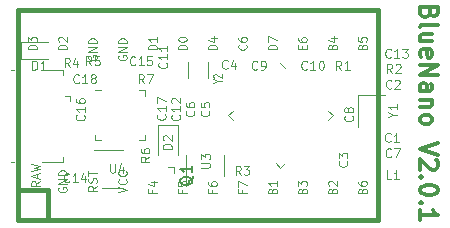
<source format=gbr>
G04 #@! TF.GenerationSoftware,KiCad,Pcbnew,(5.0.0)*
G04 #@! TF.CreationDate,2019-04-09T17:12:50-06:00*
G04 #@! TF.ProjectId,NRF52832 Base,4E5246353238333220426173652E6B69,rev?*
G04 #@! TF.SameCoordinates,Original*
G04 #@! TF.FileFunction,Legend,Top*
G04 #@! TF.FilePolarity,Positive*
%FSLAX46Y46*%
G04 Gerber Fmt 4.6, Leading zero omitted, Abs format (unit mm)*
G04 Created by KiCad (PCBNEW (5.0.0)) date 04/09/19 17:12:50*
%MOMM*%
%LPD*%
G01*
G04 APERTURE LIST*
%ADD10C,0.300000*%
%ADD11C,0.381000*%
%ADD12C,0.120000*%
%ADD13C,0.100000*%
%ADD14C,0.150000*%
G04 APERTURE END LIST*
D10*
X146614342Y-80857200D02*
X146542914Y-81071485D01*
X146471485Y-81142914D01*
X146328628Y-81214342D01*
X146114342Y-81214342D01*
X145971485Y-81142914D01*
X145900057Y-81071485D01*
X145828628Y-80928628D01*
X145828628Y-80357200D01*
X147328628Y-80357200D01*
X147328628Y-80857200D01*
X147257200Y-81000057D01*
X147185771Y-81071485D01*
X147042914Y-81142914D01*
X146900057Y-81142914D01*
X146757200Y-81071485D01*
X146685771Y-81000057D01*
X146614342Y-80857200D01*
X146614342Y-80357200D01*
X145828628Y-82071485D02*
X145900057Y-81928628D01*
X146042914Y-81857200D01*
X147328628Y-81857200D01*
X146828628Y-83285771D02*
X145828628Y-83285771D01*
X146828628Y-82642914D02*
X146042914Y-82642914D01*
X145900057Y-82714342D01*
X145828628Y-82857200D01*
X145828628Y-83071485D01*
X145900057Y-83214342D01*
X145971485Y-83285771D01*
X145900057Y-84571485D02*
X145828628Y-84428628D01*
X145828628Y-84142914D01*
X145900057Y-84000057D01*
X146042914Y-83928628D01*
X146614342Y-83928628D01*
X146757200Y-84000057D01*
X146828628Y-84142914D01*
X146828628Y-84428628D01*
X146757200Y-84571485D01*
X146614342Y-84642914D01*
X146471485Y-84642914D01*
X146328628Y-83928628D01*
X145828628Y-85285771D02*
X147328628Y-85285771D01*
X145828628Y-86142914D01*
X147328628Y-86142914D01*
X145828628Y-87500057D02*
X146614342Y-87500057D01*
X146757200Y-87428628D01*
X146828628Y-87285771D01*
X146828628Y-87000057D01*
X146757200Y-86857200D01*
X145900057Y-87500057D02*
X145828628Y-87357200D01*
X145828628Y-87000057D01*
X145900057Y-86857200D01*
X146042914Y-86785771D01*
X146185771Y-86785771D01*
X146328628Y-86857200D01*
X146400057Y-87000057D01*
X146400057Y-87357200D01*
X146471485Y-87500057D01*
X146828628Y-88214342D02*
X145828628Y-88214342D01*
X146685771Y-88214342D02*
X146757200Y-88285771D01*
X146828628Y-88428628D01*
X146828628Y-88642914D01*
X146757200Y-88785771D01*
X146614342Y-88857200D01*
X145828628Y-88857200D01*
X145828628Y-89785771D02*
X145900057Y-89642914D01*
X145971485Y-89571485D01*
X146114342Y-89500057D01*
X146542914Y-89500057D01*
X146685771Y-89571485D01*
X146757200Y-89642914D01*
X146828628Y-89785771D01*
X146828628Y-90000057D01*
X146757200Y-90142914D01*
X146685771Y-90214342D01*
X146542914Y-90285771D01*
X146114342Y-90285771D01*
X145971485Y-90214342D01*
X145900057Y-90142914D01*
X145828628Y-90000057D01*
X145828628Y-89785771D01*
X147328628Y-91857200D02*
X145828628Y-92357200D01*
X147328628Y-92857200D01*
X147185771Y-93285771D02*
X147257200Y-93357200D01*
X147328628Y-93500057D01*
X147328628Y-93857200D01*
X147257200Y-94000057D01*
X147185771Y-94071485D01*
X147042914Y-94142914D01*
X146900057Y-94142914D01*
X146685771Y-94071485D01*
X145828628Y-93214342D01*
X145828628Y-94142914D01*
X145971485Y-94785771D02*
X145900057Y-94857200D01*
X145828628Y-94785771D01*
X145900057Y-94714342D01*
X145971485Y-94785771D01*
X145828628Y-94785771D01*
X147328628Y-95785771D02*
X147328628Y-95928628D01*
X147257200Y-96071485D01*
X147185771Y-96142914D01*
X147042914Y-96214342D01*
X146757200Y-96285771D01*
X146400057Y-96285771D01*
X146114342Y-96214342D01*
X145971485Y-96142914D01*
X145900057Y-96071485D01*
X145828628Y-95928628D01*
X145828628Y-95785771D01*
X145900057Y-95642914D01*
X145971485Y-95571485D01*
X146114342Y-95500057D01*
X146400057Y-95428628D01*
X146757200Y-95428628D01*
X147042914Y-95500057D01*
X147185771Y-95571485D01*
X147257200Y-95642914D01*
X147328628Y-95785771D01*
X145971485Y-96928628D02*
X145900057Y-97000057D01*
X145828628Y-96928628D01*
X145900057Y-96857200D01*
X145971485Y-96928628D01*
X145828628Y-96928628D01*
X145828628Y-98428628D02*
X145828628Y-97571485D01*
X145828628Y-98000057D02*
X147328628Y-98000057D01*
X147114342Y-97857200D01*
X146971485Y-97714342D01*
X146900057Y-97571485D01*
D11*
G04 #@! TO.C,U2*
X111760000Y-80645000D02*
X111760000Y-98425000D01*
X111760000Y-98425000D02*
X142240000Y-98425000D01*
X142240000Y-98425000D02*
X142240000Y-80645000D01*
X142240000Y-80645000D02*
X111760000Y-80645000D01*
X111760000Y-95885000D02*
X114300000Y-95885000D01*
X114300000Y-95885000D02*
X114300000Y-98425000D01*
D12*
G04 #@! TO.C,Y1*
X142840000Y-87804000D02*
X140540000Y-87804000D01*
X140540000Y-87804000D02*
X140540000Y-90504000D01*
G04 #@! TO.C,Y2*
X127875000Y-86400000D02*
X127875000Y-85050000D01*
X126125000Y-86400000D02*
X126125000Y-85050000D01*
G04 #@! TO.C,U1*
X138004902Y-89135485D02*
X138404417Y-89535000D01*
X138404417Y-89535000D02*
X138004902Y-89934515D01*
X129965098Y-89934515D02*
X129565583Y-89535000D01*
X129565583Y-89535000D02*
X129965098Y-89135485D01*
X133585485Y-93554902D02*
X133985000Y-93954417D01*
X133985000Y-93954417D02*
X134384515Y-93554902D01*
X133985000Y-85115583D02*
X134384515Y-85515098D01*
G04 #@! TO.C,U3*
X129245000Y-94669000D02*
X129245000Y-92869000D01*
X126025000Y-92869000D02*
X126025000Y-95319000D01*
G04 #@! TO.C,D1*
X114312500Y-83339000D02*
X112027500Y-83339000D01*
X112027500Y-83339000D02*
X112027500Y-84809000D01*
X112027500Y-84809000D02*
X114312500Y-84809000D01*
G04 #@! TO.C,J2*
X115616000Y-85675000D02*
X115616000Y-86125000D01*
X113766000Y-85675000D02*
X115616000Y-85675000D01*
X111216000Y-93475000D02*
X111466000Y-93475000D01*
X111216000Y-85675000D02*
X111466000Y-85675000D01*
X113766000Y-93475000D02*
X115616000Y-93475000D01*
X115616000Y-93475000D02*
X115616000Y-93025000D01*
X116166000Y-87875000D02*
X116166000Y-88325000D01*
X116166000Y-87875000D02*
X115716000Y-87875000D01*
G04 #@! TO.C,U4*
X118861000Y-95717000D02*
X120661000Y-95717000D01*
X120661000Y-92497000D02*
X118211000Y-92497000D01*
G04 #@! TO.C,D2*
X125310000Y-90321000D02*
X123610000Y-90321000D01*
X123610000Y-90321000D02*
X123610000Y-92871000D01*
X125310000Y-90321000D02*
X125310000Y-92871000D01*
G04 #@! TO.C,U5*
X122031000Y-87425000D02*
X122506000Y-87425000D01*
X122506000Y-87425000D02*
X122506000Y-87900000D01*
X118761000Y-91645000D02*
X118286000Y-91645000D01*
X118286000Y-91645000D02*
X118286000Y-91170000D01*
X122031000Y-91645000D02*
X122506000Y-91645000D01*
X122506000Y-91645000D02*
X122506000Y-91170000D01*
X118761000Y-87425000D02*
X118286000Y-87425000D01*
G04 #@! TO.C,Q1*
X124960000Y-94415000D02*
X124960000Y-93915000D01*
X124960000Y-93915000D02*
X124460000Y-93915000D01*
G04 #@! TO.C,U2*
D13*
X140920000Y-83722333D02*
X140953333Y-83622333D01*
X140986666Y-83589000D01*
X141053333Y-83555666D01*
X141153333Y-83555666D01*
X141220000Y-83589000D01*
X141253333Y-83622333D01*
X141286666Y-83689000D01*
X141286666Y-83955666D01*
X140586666Y-83955666D01*
X140586666Y-83722333D01*
X140620000Y-83655666D01*
X140653333Y-83622333D01*
X140720000Y-83589000D01*
X140786666Y-83589000D01*
X140853333Y-83622333D01*
X140886666Y-83655666D01*
X140920000Y-83722333D01*
X140920000Y-83955666D01*
X140586666Y-82922333D02*
X140586666Y-83255666D01*
X140920000Y-83289000D01*
X140886666Y-83255666D01*
X140853333Y-83189000D01*
X140853333Y-83022333D01*
X140886666Y-82955666D01*
X140920000Y-82922333D01*
X140986666Y-82889000D01*
X141153333Y-82889000D01*
X141220000Y-82922333D01*
X141253333Y-82955666D01*
X141286666Y-83022333D01*
X141286666Y-83189000D01*
X141253333Y-83255666D01*
X141220000Y-83289000D01*
X138380000Y-83722333D02*
X138413333Y-83622333D01*
X138446666Y-83589000D01*
X138513333Y-83555666D01*
X138613333Y-83555666D01*
X138680000Y-83589000D01*
X138713333Y-83622333D01*
X138746666Y-83689000D01*
X138746666Y-83955666D01*
X138046666Y-83955666D01*
X138046666Y-83722333D01*
X138080000Y-83655666D01*
X138113333Y-83622333D01*
X138180000Y-83589000D01*
X138246666Y-83589000D01*
X138313333Y-83622333D01*
X138346666Y-83655666D01*
X138380000Y-83722333D01*
X138380000Y-83955666D01*
X138280000Y-82955666D02*
X138746666Y-82955666D01*
X138013333Y-83122333D02*
X138513333Y-83289000D01*
X138513333Y-82855666D01*
X135840000Y-83922333D02*
X135840000Y-83689000D01*
X136206666Y-83589000D02*
X136206666Y-83922333D01*
X135506666Y-83922333D01*
X135506666Y-83589000D01*
X135506666Y-82989000D02*
X135506666Y-83122333D01*
X135540000Y-83189000D01*
X135573333Y-83222333D01*
X135673333Y-83289000D01*
X135806666Y-83322333D01*
X136073333Y-83322333D01*
X136140000Y-83289000D01*
X136173333Y-83255666D01*
X136206666Y-83189000D01*
X136206666Y-83055666D01*
X136173333Y-82989000D01*
X136140000Y-82955666D01*
X136073333Y-82922333D01*
X135906666Y-82922333D01*
X135840000Y-82955666D01*
X135806666Y-82989000D01*
X135773333Y-83055666D01*
X135773333Y-83189000D01*
X135806666Y-83255666D01*
X135840000Y-83289000D01*
X135906666Y-83322333D01*
X133666666Y-83955666D02*
X132966666Y-83955666D01*
X132966666Y-83789000D01*
X133000000Y-83689000D01*
X133066666Y-83622333D01*
X133133333Y-83589000D01*
X133266666Y-83555666D01*
X133366666Y-83555666D01*
X133500000Y-83589000D01*
X133566666Y-83622333D01*
X133633333Y-83689000D01*
X133666666Y-83789000D01*
X133666666Y-83955666D01*
X132966666Y-83322333D02*
X132966666Y-82855666D01*
X133666666Y-83155666D01*
X131060000Y-83555666D02*
X131093333Y-83589000D01*
X131126666Y-83689000D01*
X131126666Y-83755666D01*
X131093333Y-83855666D01*
X131026666Y-83922333D01*
X130960000Y-83955666D01*
X130826666Y-83989000D01*
X130726666Y-83989000D01*
X130593333Y-83955666D01*
X130526666Y-83922333D01*
X130460000Y-83855666D01*
X130426666Y-83755666D01*
X130426666Y-83689000D01*
X130460000Y-83589000D01*
X130493333Y-83555666D01*
X130426666Y-82955666D02*
X130426666Y-83089000D01*
X130460000Y-83155666D01*
X130493333Y-83189000D01*
X130593333Y-83255666D01*
X130726666Y-83289000D01*
X130993333Y-83289000D01*
X131060000Y-83255666D01*
X131093333Y-83222333D01*
X131126666Y-83155666D01*
X131126666Y-83022333D01*
X131093333Y-82955666D01*
X131060000Y-82922333D01*
X130993333Y-82889000D01*
X130826666Y-82889000D01*
X130760000Y-82922333D01*
X130726666Y-82955666D01*
X130693333Y-83022333D01*
X130693333Y-83155666D01*
X130726666Y-83222333D01*
X130760000Y-83255666D01*
X130826666Y-83289000D01*
X128586666Y-83955666D02*
X127886666Y-83955666D01*
X127886666Y-83789000D01*
X127920000Y-83689000D01*
X127986666Y-83622333D01*
X128053333Y-83589000D01*
X128186666Y-83555666D01*
X128286666Y-83555666D01*
X128420000Y-83589000D01*
X128486666Y-83622333D01*
X128553333Y-83689000D01*
X128586666Y-83789000D01*
X128586666Y-83955666D01*
X128120000Y-82955666D02*
X128586666Y-82955666D01*
X127853333Y-83122333D02*
X128353333Y-83289000D01*
X128353333Y-82855666D01*
X126046666Y-83955666D02*
X125346666Y-83955666D01*
X125346666Y-83789000D01*
X125380000Y-83689000D01*
X125446666Y-83622333D01*
X125513333Y-83589000D01*
X125646666Y-83555666D01*
X125746666Y-83555666D01*
X125880000Y-83589000D01*
X125946666Y-83622333D01*
X126013333Y-83689000D01*
X126046666Y-83789000D01*
X126046666Y-83955666D01*
X125346666Y-83122333D02*
X125346666Y-83055666D01*
X125380000Y-82989000D01*
X125413333Y-82955666D01*
X125480000Y-82922333D01*
X125613333Y-82889000D01*
X125780000Y-82889000D01*
X125913333Y-82922333D01*
X125980000Y-82955666D01*
X126013333Y-82989000D01*
X126046666Y-83055666D01*
X126046666Y-83122333D01*
X126013333Y-83189000D01*
X125980000Y-83222333D01*
X125913333Y-83255666D01*
X125780000Y-83289000D01*
X125613333Y-83289000D01*
X125480000Y-83255666D01*
X125413333Y-83222333D01*
X125380000Y-83189000D01*
X125346666Y-83122333D01*
X123506666Y-83955666D02*
X122806666Y-83955666D01*
X122806666Y-83789000D01*
X122840000Y-83689000D01*
X122906666Y-83622333D01*
X122973333Y-83589000D01*
X123106666Y-83555666D01*
X123206666Y-83555666D01*
X123340000Y-83589000D01*
X123406666Y-83622333D01*
X123473333Y-83689000D01*
X123506666Y-83789000D01*
X123506666Y-83955666D01*
X123506666Y-82889000D02*
X123506666Y-83289000D01*
X123506666Y-83089000D02*
X122806666Y-83089000D01*
X122906666Y-83155666D01*
X122973333Y-83222333D01*
X123006666Y-83289000D01*
X120300000Y-84480333D02*
X120266666Y-84547000D01*
X120266666Y-84647000D01*
X120300000Y-84747000D01*
X120366666Y-84813666D01*
X120433333Y-84847000D01*
X120566666Y-84880333D01*
X120666666Y-84880333D01*
X120800000Y-84847000D01*
X120866666Y-84813666D01*
X120933333Y-84747000D01*
X120966666Y-84647000D01*
X120966666Y-84580333D01*
X120933333Y-84480333D01*
X120900000Y-84447000D01*
X120666666Y-84447000D01*
X120666666Y-84580333D01*
X120966666Y-84147000D02*
X120266666Y-84147000D01*
X120966666Y-83747000D01*
X120266666Y-83747000D01*
X120966666Y-83413666D02*
X120266666Y-83413666D01*
X120266666Y-83247000D01*
X120300000Y-83147000D01*
X120366666Y-83080333D01*
X120433333Y-83047000D01*
X120566666Y-83013666D01*
X120666666Y-83013666D01*
X120800000Y-83047000D01*
X120866666Y-83080333D01*
X120933333Y-83147000D01*
X120966666Y-83247000D01*
X120966666Y-83413666D01*
X117760000Y-84480333D02*
X117726666Y-84547000D01*
X117726666Y-84647000D01*
X117760000Y-84747000D01*
X117826666Y-84813666D01*
X117893333Y-84847000D01*
X118026666Y-84880333D01*
X118126666Y-84880333D01*
X118260000Y-84847000D01*
X118326666Y-84813666D01*
X118393333Y-84747000D01*
X118426666Y-84647000D01*
X118426666Y-84580333D01*
X118393333Y-84480333D01*
X118360000Y-84447000D01*
X118126666Y-84447000D01*
X118126666Y-84580333D01*
X118426666Y-84147000D02*
X117726666Y-84147000D01*
X118426666Y-83747000D01*
X117726666Y-83747000D01*
X118426666Y-83413666D02*
X117726666Y-83413666D01*
X117726666Y-83247000D01*
X117760000Y-83147000D01*
X117826666Y-83080333D01*
X117893333Y-83047000D01*
X118026666Y-83013666D01*
X118126666Y-83013666D01*
X118260000Y-83047000D01*
X118326666Y-83080333D01*
X118393333Y-83147000D01*
X118426666Y-83247000D01*
X118426666Y-83413666D01*
X115886666Y-83955666D02*
X115186666Y-83955666D01*
X115186666Y-83789000D01*
X115220000Y-83689000D01*
X115286666Y-83622333D01*
X115353333Y-83589000D01*
X115486666Y-83555666D01*
X115586666Y-83555666D01*
X115720000Y-83589000D01*
X115786666Y-83622333D01*
X115853333Y-83689000D01*
X115886666Y-83789000D01*
X115886666Y-83955666D01*
X115253333Y-83289000D02*
X115220000Y-83255666D01*
X115186666Y-83189000D01*
X115186666Y-83022333D01*
X115220000Y-82955666D01*
X115253333Y-82922333D01*
X115320000Y-82889000D01*
X115386666Y-82889000D01*
X115486666Y-82922333D01*
X115886666Y-83322333D01*
X115886666Y-82889000D01*
X113346666Y-83955666D02*
X112646666Y-83955666D01*
X112646666Y-83789000D01*
X112680000Y-83689000D01*
X112746666Y-83622333D01*
X112813333Y-83589000D01*
X112946666Y-83555666D01*
X113046666Y-83555666D01*
X113180000Y-83589000D01*
X113246666Y-83622333D01*
X113313333Y-83689000D01*
X113346666Y-83789000D01*
X113346666Y-83955666D01*
X112646666Y-83322333D02*
X112646666Y-82889000D01*
X112913333Y-83122333D01*
X112913333Y-83022333D01*
X112946666Y-82955666D01*
X112980000Y-82922333D01*
X113046666Y-82889000D01*
X113213333Y-82889000D01*
X113280000Y-82922333D01*
X113313333Y-82955666D01*
X113346666Y-83022333D01*
X113346666Y-83222333D01*
X113313333Y-83289000D01*
X113280000Y-83322333D01*
X140920000Y-95914333D02*
X140953333Y-95814333D01*
X140986666Y-95781000D01*
X141053333Y-95747666D01*
X141153333Y-95747666D01*
X141220000Y-95781000D01*
X141253333Y-95814333D01*
X141286666Y-95881000D01*
X141286666Y-96147666D01*
X140586666Y-96147666D01*
X140586666Y-95914333D01*
X140620000Y-95847666D01*
X140653333Y-95814333D01*
X140720000Y-95781000D01*
X140786666Y-95781000D01*
X140853333Y-95814333D01*
X140886666Y-95847666D01*
X140920000Y-95914333D01*
X140920000Y-96147666D01*
X140586666Y-95147666D02*
X140586666Y-95281000D01*
X140620000Y-95347666D01*
X140653333Y-95381000D01*
X140753333Y-95447666D01*
X140886666Y-95481000D01*
X141153333Y-95481000D01*
X141220000Y-95447666D01*
X141253333Y-95414333D01*
X141286666Y-95347666D01*
X141286666Y-95214333D01*
X141253333Y-95147666D01*
X141220000Y-95114333D01*
X141153333Y-95081000D01*
X140986666Y-95081000D01*
X140920000Y-95114333D01*
X140886666Y-95147666D01*
X140853333Y-95214333D01*
X140853333Y-95347666D01*
X140886666Y-95414333D01*
X140920000Y-95447666D01*
X140986666Y-95481000D01*
X138380000Y-95914333D02*
X138413333Y-95814333D01*
X138446666Y-95781000D01*
X138513333Y-95747666D01*
X138613333Y-95747666D01*
X138680000Y-95781000D01*
X138713333Y-95814333D01*
X138746666Y-95881000D01*
X138746666Y-96147666D01*
X138046666Y-96147666D01*
X138046666Y-95914333D01*
X138080000Y-95847666D01*
X138113333Y-95814333D01*
X138180000Y-95781000D01*
X138246666Y-95781000D01*
X138313333Y-95814333D01*
X138346666Y-95847666D01*
X138380000Y-95914333D01*
X138380000Y-96147666D01*
X138113333Y-95481000D02*
X138080000Y-95447666D01*
X138046666Y-95381000D01*
X138046666Y-95214333D01*
X138080000Y-95147666D01*
X138113333Y-95114333D01*
X138180000Y-95081000D01*
X138246666Y-95081000D01*
X138346666Y-95114333D01*
X138746666Y-95514333D01*
X138746666Y-95081000D01*
X135840000Y-95914333D02*
X135873333Y-95814333D01*
X135906666Y-95781000D01*
X135973333Y-95747666D01*
X136073333Y-95747666D01*
X136140000Y-95781000D01*
X136173333Y-95814333D01*
X136206666Y-95881000D01*
X136206666Y-96147666D01*
X135506666Y-96147666D01*
X135506666Y-95914333D01*
X135540000Y-95847666D01*
X135573333Y-95814333D01*
X135640000Y-95781000D01*
X135706666Y-95781000D01*
X135773333Y-95814333D01*
X135806666Y-95847666D01*
X135840000Y-95914333D01*
X135840000Y-96147666D01*
X135506666Y-95514333D02*
X135506666Y-95081000D01*
X135773333Y-95314333D01*
X135773333Y-95214333D01*
X135806666Y-95147666D01*
X135840000Y-95114333D01*
X135906666Y-95081000D01*
X136073333Y-95081000D01*
X136140000Y-95114333D01*
X136173333Y-95147666D01*
X136206666Y-95214333D01*
X136206666Y-95414333D01*
X136173333Y-95481000D01*
X136140000Y-95514333D01*
X133300000Y-95914333D02*
X133333333Y-95814333D01*
X133366666Y-95781000D01*
X133433333Y-95747666D01*
X133533333Y-95747666D01*
X133600000Y-95781000D01*
X133633333Y-95814333D01*
X133666666Y-95881000D01*
X133666666Y-96147666D01*
X132966666Y-96147666D01*
X132966666Y-95914333D01*
X133000000Y-95847666D01*
X133033333Y-95814333D01*
X133100000Y-95781000D01*
X133166666Y-95781000D01*
X133233333Y-95814333D01*
X133266666Y-95847666D01*
X133300000Y-95914333D01*
X133300000Y-96147666D01*
X133666666Y-95081000D02*
X133666666Y-95481000D01*
X133666666Y-95281000D02*
X132966666Y-95281000D01*
X133066666Y-95347666D01*
X133133333Y-95414333D01*
X133166666Y-95481000D01*
X128220000Y-95864333D02*
X128220000Y-96097666D01*
X128586666Y-96097666D02*
X127886666Y-96097666D01*
X127886666Y-95764333D01*
X127886666Y-95197666D02*
X127886666Y-95331000D01*
X127920000Y-95397666D01*
X127953333Y-95431000D01*
X128053333Y-95497666D01*
X128186666Y-95531000D01*
X128453333Y-95531000D01*
X128520000Y-95497666D01*
X128553333Y-95464333D01*
X128586666Y-95397666D01*
X128586666Y-95264333D01*
X128553333Y-95197666D01*
X128520000Y-95164333D01*
X128453333Y-95131000D01*
X128286666Y-95131000D01*
X128220000Y-95164333D01*
X128186666Y-95197666D01*
X128153333Y-95264333D01*
X128153333Y-95397666D01*
X128186666Y-95464333D01*
X128220000Y-95497666D01*
X128286666Y-95531000D01*
X130760000Y-95864333D02*
X130760000Y-96097666D01*
X131126666Y-96097666D02*
X130426666Y-96097666D01*
X130426666Y-95764333D01*
X130426666Y-95564333D02*
X130426666Y-95097666D01*
X131126666Y-95397666D01*
X125680000Y-95864333D02*
X125680000Y-96097666D01*
X126046666Y-96097666D02*
X125346666Y-96097666D01*
X125346666Y-95764333D01*
X125346666Y-95164333D02*
X125346666Y-95497666D01*
X125680000Y-95531000D01*
X125646666Y-95497666D01*
X125613333Y-95431000D01*
X125613333Y-95264333D01*
X125646666Y-95197666D01*
X125680000Y-95164333D01*
X125746666Y-95131000D01*
X125913333Y-95131000D01*
X125980000Y-95164333D01*
X126013333Y-95197666D01*
X126046666Y-95264333D01*
X126046666Y-95431000D01*
X126013333Y-95497666D01*
X125980000Y-95531000D01*
X123140000Y-95864333D02*
X123140000Y-96097666D01*
X123506666Y-96097666D02*
X122806666Y-96097666D01*
X122806666Y-95764333D01*
X123040000Y-95197666D02*
X123506666Y-95197666D01*
X122773333Y-95364333D02*
X123273333Y-95531000D01*
X123273333Y-95097666D01*
X120266666Y-96056333D02*
X120966666Y-95823000D01*
X120266666Y-95589666D01*
X120900000Y-94956333D02*
X120933333Y-94989666D01*
X120966666Y-95089666D01*
X120966666Y-95156333D01*
X120933333Y-95256333D01*
X120866666Y-95323000D01*
X120800000Y-95356333D01*
X120666666Y-95389666D01*
X120566666Y-95389666D01*
X120433333Y-95356333D01*
X120366666Y-95323000D01*
X120300000Y-95256333D01*
X120266666Y-95156333D01*
X120266666Y-95089666D01*
X120300000Y-94989666D01*
X120333333Y-94956333D01*
X120900000Y-94256333D02*
X120933333Y-94289666D01*
X120966666Y-94389666D01*
X120966666Y-94456333D01*
X120933333Y-94556333D01*
X120866666Y-94623000D01*
X120800000Y-94656333D01*
X120666666Y-94689666D01*
X120566666Y-94689666D01*
X120433333Y-94656333D01*
X120366666Y-94623000D01*
X120300000Y-94556333D01*
X120266666Y-94456333D01*
X120266666Y-94389666D01*
X120300000Y-94289666D01*
X120333333Y-94256333D01*
X118426666Y-95506333D02*
X118093333Y-95739666D01*
X118426666Y-95906333D02*
X117726666Y-95906333D01*
X117726666Y-95639666D01*
X117760000Y-95573000D01*
X117793333Y-95539666D01*
X117860000Y-95506333D01*
X117960000Y-95506333D01*
X118026666Y-95539666D01*
X118060000Y-95573000D01*
X118093333Y-95639666D01*
X118093333Y-95906333D01*
X118393333Y-95239666D02*
X118426666Y-95139666D01*
X118426666Y-94973000D01*
X118393333Y-94906333D01*
X118360000Y-94873000D01*
X118293333Y-94839666D01*
X118226666Y-94839666D01*
X118160000Y-94873000D01*
X118126666Y-94906333D01*
X118093333Y-94973000D01*
X118060000Y-95106333D01*
X118026666Y-95173000D01*
X117993333Y-95206333D01*
X117926666Y-95239666D01*
X117860000Y-95239666D01*
X117793333Y-95206333D01*
X117760000Y-95173000D01*
X117726666Y-95106333D01*
X117726666Y-94939666D01*
X117760000Y-94839666D01*
X117726666Y-94639666D02*
X117726666Y-94239666D01*
X118426666Y-94439666D02*
X117726666Y-94439666D01*
X115220000Y-95656333D02*
X115186666Y-95723000D01*
X115186666Y-95823000D01*
X115220000Y-95923000D01*
X115286666Y-95989666D01*
X115353333Y-96023000D01*
X115486666Y-96056333D01*
X115586666Y-96056333D01*
X115720000Y-96023000D01*
X115786666Y-95989666D01*
X115853333Y-95923000D01*
X115886666Y-95823000D01*
X115886666Y-95756333D01*
X115853333Y-95656333D01*
X115820000Y-95623000D01*
X115586666Y-95623000D01*
X115586666Y-95756333D01*
X115886666Y-95323000D02*
X115186666Y-95323000D01*
X115886666Y-94923000D01*
X115186666Y-94923000D01*
X115886666Y-94589666D02*
X115186666Y-94589666D01*
X115186666Y-94423000D01*
X115220000Y-94323000D01*
X115286666Y-94256333D01*
X115353333Y-94223000D01*
X115486666Y-94189666D01*
X115586666Y-94189666D01*
X115720000Y-94223000D01*
X115786666Y-94256333D01*
X115853333Y-94323000D01*
X115886666Y-94423000D01*
X115886666Y-94589666D01*
X113600666Y-95098333D02*
X113267333Y-95331666D01*
X113600666Y-95498333D02*
X112900666Y-95498333D01*
X112900666Y-95231666D01*
X112934000Y-95165000D01*
X112967333Y-95131666D01*
X113034000Y-95098333D01*
X113134000Y-95098333D01*
X113200666Y-95131666D01*
X113234000Y-95165000D01*
X113267333Y-95231666D01*
X113267333Y-95498333D01*
X113400666Y-94831666D02*
X113400666Y-94498333D01*
X113600666Y-94898333D02*
X112900666Y-94665000D01*
X113600666Y-94431666D01*
X112900666Y-94265000D02*
X113600666Y-94098333D01*
X113100666Y-93965000D01*
X113600666Y-93831666D01*
X112900666Y-93665000D01*
G04 #@! TO.C,C1*
X143311480Y-91710397D02*
X143275765Y-91746111D01*
X143168622Y-91781825D01*
X143097194Y-91781825D01*
X142990051Y-91746111D01*
X142918622Y-91674682D01*
X142882908Y-91603254D01*
X142847194Y-91460397D01*
X142847194Y-91353254D01*
X142882908Y-91210397D01*
X142918622Y-91138968D01*
X142990051Y-91067540D01*
X143097194Y-91031825D01*
X143168622Y-91031825D01*
X143275765Y-91067540D01*
X143311480Y-91103254D01*
X144025765Y-91781825D02*
X143597194Y-91781825D01*
X143811480Y-91781825D02*
X143811480Y-91031825D01*
X143740051Y-91138968D01*
X143668622Y-91210397D01*
X143597194Y-91246111D01*
G04 #@! TO.C,C2*
X143385000Y-87199357D02*
X143349285Y-87235071D01*
X143242142Y-87270785D01*
X143170714Y-87270785D01*
X143063571Y-87235071D01*
X142992142Y-87163642D01*
X142956428Y-87092214D01*
X142920714Y-86949357D01*
X142920714Y-86842214D01*
X142956428Y-86699357D01*
X142992142Y-86627928D01*
X143063571Y-86556500D01*
X143170714Y-86520785D01*
X143242142Y-86520785D01*
X143349285Y-86556500D01*
X143385000Y-86592214D01*
X143670714Y-86592214D02*
X143706428Y-86556500D01*
X143777857Y-86520785D01*
X143956428Y-86520785D01*
X144027857Y-86556500D01*
X144063571Y-86592214D01*
X144099285Y-86663642D01*
X144099285Y-86735071D01*
X144063571Y-86842214D01*
X143635000Y-87270785D01*
X144099285Y-87270785D01*
G04 #@! TO.C,C3*
X139589397Y-93434440D02*
X139625111Y-93470154D01*
X139660825Y-93577297D01*
X139660825Y-93648725D01*
X139625111Y-93755868D01*
X139553682Y-93827297D01*
X139482254Y-93863011D01*
X139339397Y-93898725D01*
X139232254Y-93898725D01*
X139089397Y-93863011D01*
X139017968Y-93827297D01*
X138946540Y-93755868D01*
X138910825Y-93648725D01*
X138910825Y-93577297D01*
X138946540Y-93470154D01*
X138982254Y-93434440D01*
X138910825Y-93184440D02*
X138910825Y-92720154D01*
X139196540Y-92970154D01*
X139196540Y-92863011D01*
X139232254Y-92791582D01*
X139267968Y-92755868D01*
X139339397Y-92720154D01*
X139517968Y-92720154D01*
X139589397Y-92755868D01*
X139625111Y-92791582D01*
X139660825Y-92863011D01*
X139660825Y-93077297D01*
X139625111Y-93148725D01*
X139589397Y-93184440D01*
G04 #@! TO.C,C4*
X129514200Y-85535657D02*
X129478485Y-85571371D01*
X129371342Y-85607085D01*
X129299914Y-85607085D01*
X129192771Y-85571371D01*
X129121342Y-85499942D01*
X129085628Y-85428514D01*
X129049914Y-85285657D01*
X129049914Y-85178514D01*
X129085628Y-85035657D01*
X129121342Y-84964228D01*
X129192771Y-84892800D01*
X129299914Y-84857085D01*
X129371342Y-84857085D01*
X129478485Y-84892800D01*
X129514200Y-84928514D01*
X130157057Y-85107085D02*
X130157057Y-85607085D01*
X129978485Y-84821371D02*
X129799914Y-85357085D01*
X130264200Y-85357085D01*
G04 #@! TO.C,C5*
X127902857Y-89152000D02*
X127938571Y-89187714D01*
X127974285Y-89294857D01*
X127974285Y-89366285D01*
X127938571Y-89473428D01*
X127867142Y-89544857D01*
X127795714Y-89580571D01*
X127652857Y-89616285D01*
X127545714Y-89616285D01*
X127402857Y-89580571D01*
X127331428Y-89544857D01*
X127260000Y-89473428D01*
X127224285Y-89366285D01*
X127224285Y-89294857D01*
X127260000Y-89187714D01*
X127295714Y-89152000D01*
X127224285Y-88473428D02*
X127224285Y-88830571D01*
X127581428Y-88866285D01*
X127545714Y-88830571D01*
X127510000Y-88759142D01*
X127510000Y-88580571D01*
X127545714Y-88509142D01*
X127581428Y-88473428D01*
X127652857Y-88437714D01*
X127831428Y-88437714D01*
X127902857Y-88473428D01*
X127938571Y-88509142D01*
X127974285Y-88580571D01*
X127974285Y-88759142D01*
X127938571Y-88830571D01*
X127902857Y-88866285D01*
G04 #@! TO.C,C7*
X143359600Y-93003257D02*
X143323885Y-93038971D01*
X143216742Y-93074685D01*
X143145314Y-93074685D01*
X143038171Y-93038971D01*
X142966742Y-92967542D01*
X142931028Y-92896114D01*
X142895314Y-92753257D01*
X142895314Y-92646114D01*
X142931028Y-92503257D01*
X142966742Y-92431828D01*
X143038171Y-92360400D01*
X143145314Y-92324685D01*
X143216742Y-92324685D01*
X143323885Y-92360400D01*
X143359600Y-92396114D01*
X143609600Y-92324685D02*
X144109600Y-92324685D01*
X143788171Y-93074685D01*
G04 #@! TO.C,C8*
X140069457Y-89581400D02*
X140105171Y-89617114D01*
X140140885Y-89724257D01*
X140140885Y-89795685D01*
X140105171Y-89902828D01*
X140033742Y-89974257D01*
X139962314Y-90009971D01*
X139819457Y-90045685D01*
X139712314Y-90045685D01*
X139569457Y-90009971D01*
X139498028Y-89974257D01*
X139426600Y-89902828D01*
X139390885Y-89795685D01*
X139390885Y-89724257D01*
X139426600Y-89617114D01*
X139462314Y-89581400D01*
X139712314Y-89152828D02*
X139676600Y-89224257D01*
X139640885Y-89259971D01*
X139569457Y-89295685D01*
X139533742Y-89295685D01*
X139462314Y-89259971D01*
X139426600Y-89224257D01*
X139390885Y-89152828D01*
X139390885Y-89009971D01*
X139426600Y-88938542D01*
X139462314Y-88902828D01*
X139533742Y-88867114D01*
X139569457Y-88867114D01*
X139640885Y-88902828D01*
X139676600Y-88938542D01*
X139712314Y-89009971D01*
X139712314Y-89152828D01*
X139748028Y-89224257D01*
X139783742Y-89259971D01*
X139855171Y-89295685D01*
X139998028Y-89295685D01*
X140069457Y-89259971D01*
X140105171Y-89224257D01*
X140140885Y-89152828D01*
X140140885Y-89009971D01*
X140105171Y-88938542D01*
X140069457Y-88902828D01*
X139998028Y-88867114D01*
X139855171Y-88867114D01*
X139783742Y-88902828D01*
X139748028Y-88938542D01*
X139712314Y-89009971D01*
G04 #@! TO.C,C11*
X124341777Y-85087142D02*
X124377491Y-85122857D01*
X124413205Y-85230000D01*
X124413205Y-85301428D01*
X124377491Y-85408571D01*
X124306062Y-85480000D01*
X124234634Y-85515714D01*
X124091777Y-85551428D01*
X123984634Y-85551428D01*
X123841777Y-85515714D01*
X123770348Y-85480000D01*
X123698920Y-85408571D01*
X123663205Y-85301428D01*
X123663205Y-85230000D01*
X123698920Y-85122857D01*
X123734634Y-85087142D01*
X124413205Y-84372857D02*
X124413205Y-84801428D01*
X124413205Y-84587142D02*
X123663205Y-84587142D01*
X123770348Y-84658571D01*
X123841777Y-84730000D01*
X123877491Y-84801428D01*
X124413205Y-83658571D02*
X124413205Y-84087142D01*
X124413205Y-83872857D02*
X123663205Y-83872857D01*
X123770348Y-83944285D01*
X123841777Y-84015714D01*
X123877491Y-84087142D01*
G04 #@! TO.C,C12*
X125421277Y-89496442D02*
X125456991Y-89532157D01*
X125492705Y-89639300D01*
X125492705Y-89710728D01*
X125456991Y-89817871D01*
X125385562Y-89889300D01*
X125314134Y-89925014D01*
X125171277Y-89960728D01*
X125064134Y-89960728D01*
X124921277Y-89925014D01*
X124849848Y-89889300D01*
X124778420Y-89817871D01*
X124742705Y-89710728D01*
X124742705Y-89639300D01*
X124778420Y-89532157D01*
X124814134Y-89496442D01*
X125492705Y-88782157D02*
X125492705Y-89210728D01*
X125492705Y-88996442D02*
X124742705Y-88996442D01*
X124849848Y-89067871D01*
X124921277Y-89139300D01*
X124956991Y-89210728D01*
X124814134Y-88496442D02*
X124778420Y-88460728D01*
X124742705Y-88389300D01*
X124742705Y-88210728D01*
X124778420Y-88139300D01*
X124814134Y-88103585D01*
X124885562Y-88067871D01*
X124956991Y-88067871D01*
X125064134Y-88103585D01*
X125492705Y-88532157D01*
X125492705Y-88067871D01*
G04 #@! TO.C,L1*
X143385000Y-94954285D02*
X143027857Y-94954285D01*
X143027857Y-94204285D01*
X144027857Y-94954285D02*
X143599285Y-94954285D01*
X143813571Y-94954285D02*
X143813571Y-94204285D01*
X143742142Y-94311428D01*
X143670714Y-94382857D01*
X143599285Y-94418571D01*
G04 #@! TO.C,Y1*
X143493322Y-89467962D02*
X143850465Y-89467962D01*
X143100465Y-89717962D02*
X143493322Y-89467962D01*
X143100465Y-89217962D01*
X143850465Y-88575105D02*
X143850465Y-89003677D01*
X143850465Y-88789391D02*
X143100465Y-88789391D01*
X143207608Y-88860820D01*
X143279037Y-88932248D01*
X143314751Y-89003677D01*
G04 #@! TO.C,Y2*
X128696642Y-86661595D02*
X129053785Y-86661595D01*
X128303785Y-86828261D02*
X128696642Y-86661595D01*
X128303785Y-86494928D01*
X128375214Y-86352071D02*
X128339500Y-86328261D01*
X128303785Y-86280642D01*
X128303785Y-86161595D01*
X128339500Y-86113976D01*
X128375214Y-86090166D01*
X128446642Y-86066357D01*
X128518071Y-86066357D01*
X128625214Y-86090166D01*
X129053785Y-86375880D01*
X129053785Y-86066357D01*
G04 #@! TO.C,U3*
X127287785Y-93979928D02*
X127894928Y-93979928D01*
X127966357Y-93944214D01*
X128002071Y-93908500D01*
X128037785Y-93837071D01*
X128037785Y-93694214D01*
X128002071Y-93622785D01*
X127966357Y-93587071D01*
X127894928Y-93551357D01*
X127287785Y-93551357D01*
X127287785Y-93265642D02*
X127287785Y-92801357D01*
X127573500Y-93051357D01*
X127573500Y-92944214D01*
X127609214Y-92872785D01*
X127644928Y-92837071D01*
X127716357Y-92801357D01*
X127894928Y-92801357D01*
X127966357Y-92837071D01*
X128002071Y-92872785D01*
X128037785Y-92944214D01*
X128037785Y-93158500D01*
X128002071Y-93229928D01*
X127966357Y-93265642D01*
G04 #@! TO.C,C13*
X143345357Y-84595857D02*
X143309642Y-84631571D01*
X143202500Y-84667285D01*
X143131071Y-84667285D01*
X143023928Y-84631571D01*
X142952500Y-84560142D01*
X142916785Y-84488714D01*
X142881071Y-84345857D01*
X142881071Y-84238714D01*
X142916785Y-84095857D01*
X142952500Y-84024428D01*
X143023928Y-83953000D01*
X143131071Y-83917285D01*
X143202500Y-83917285D01*
X143309642Y-83953000D01*
X143345357Y-83988714D01*
X144059642Y-84667285D02*
X143631071Y-84667285D01*
X143845357Y-84667285D02*
X143845357Y-83917285D01*
X143773928Y-84024428D01*
X143702500Y-84095857D01*
X143631071Y-84131571D01*
X144309642Y-83917285D02*
X144773928Y-83917285D01*
X144523928Y-84203000D01*
X144631071Y-84203000D01*
X144702500Y-84238714D01*
X144738214Y-84274428D01*
X144773928Y-84345857D01*
X144773928Y-84524428D01*
X144738214Y-84595857D01*
X144702500Y-84631571D01*
X144631071Y-84667285D01*
X144416785Y-84667285D01*
X144345357Y-84631571D01*
X144309642Y-84595857D01*
G04 #@! TO.C,R1*
X139130500Y-85683285D02*
X138880500Y-85326142D01*
X138701928Y-85683285D02*
X138701928Y-84933285D01*
X138987642Y-84933285D01*
X139059071Y-84969000D01*
X139094785Y-85004714D01*
X139130500Y-85076142D01*
X139130500Y-85183285D01*
X139094785Y-85254714D01*
X139059071Y-85290428D01*
X138987642Y-85326142D01*
X138701928Y-85326142D01*
X139844785Y-85683285D02*
X139416214Y-85683285D01*
X139630500Y-85683285D02*
X139630500Y-84933285D01*
X139559071Y-85040428D01*
X139487642Y-85111857D01*
X139416214Y-85147571D01*
G04 #@! TO.C,R2*
X143448500Y-85937285D02*
X143198500Y-85580142D01*
X143019928Y-85937285D02*
X143019928Y-85187285D01*
X143305642Y-85187285D01*
X143377071Y-85223000D01*
X143412785Y-85258714D01*
X143448500Y-85330142D01*
X143448500Y-85437285D01*
X143412785Y-85508714D01*
X143377071Y-85544428D01*
X143305642Y-85580142D01*
X143019928Y-85580142D01*
X143734214Y-85258714D02*
X143769928Y-85223000D01*
X143841357Y-85187285D01*
X144019928Y-85187285D01*
X144091357Y-85223000D01*
X144127071Y-85258714D01*
X144162785Y-85330142D01*
X144162785Y-85401571D01*
X144127071Y-85508714D01*
X143698500Y-85937285D01*
X144162785Y-85937285D01*
G04 #@! TO.C,R3*
X130621500Y-94573285D02*
X130371500Y-94216142D01*
X130192928Y-94573285D02*
X130192928Y-93823285D01*
X130478642Y-93823285D01*
X130550071Y-93859000D01*
X130585785Y-93894714D01*
X130621500Y-93966142D01*
X130621500Y-94073285D01*
X130585785Y-94144714D01*
X130550071Y-94180428D01*
X130478642Y-94216142D01*
X130192928Y-94216142D01*
X130871500Y-93823285D02*
X131335785Y-93823285D01*
X131085785Y-94109000D01*
X131192928Y-94109000D01*
X131264357Y-94144714D01*
X131300071Y-94180428D01*
X131335785Y-94251857D01*
X131335785Y-94430428D01*
X131300071Y-94501857D01*
X131264357Y-94537571D01*
X131192928Y-94573285D01*
X130978642Y-94573285D01*
X130907214Y-94537571D01*
X130871500Y-94501857D01*
G04 #@! TO.C,C14*
X116103857Y-95136857D02*
X116068142Y-95172571D01*
X115961000Y-95208285D01*
X115889571Y-95208285D01*
X115782428Y-95172571D01*
X115711000Y-95101142D01*
X115675285Y-95029714D01*
X115639571Y-94886857D01*
X115639571Y-94779714D01*
X115675285Y-94636857D01*
X115711000Y-94565428D01*
X115782428Y-94494000D01*
X115889571Y-94458285D01*
X115961000Y-94458285D01*
X116068142Y-94494000D01*
X116103857Y-94529714D01*
X116818142Y-95208285D02*
X116389571Y-95208285D01*
X116603857Y-95208285D02*
X116603857Y-94458285D01*
X116532428Y-94565428D01*
X116461000Y-94636857D01*
X116389571Y-94672571D01*
X117461000Y-94708285D02*
X117461000Y-95208285D01*
X117282428Y-94422571D02*
X117103857Y-94958285D01*
X117568142Y-94958285D01*
G04 #@! TO.C,C15*
X121691857Y-85230857D02*
X121656142Y-85266571D01*
X121549000Y-85302285D01*
X121477571Y-85302285D01*
X121370428Y-85266571D01*
X121299000Y-85195142D01*
X121263285Y-85123714D01*
X121227571Y-84980857D01*
X121227571Y-84873714D01*
X121263285Y-84730857D01*
X121299000Y-84659428D01*
X121370428Y-84588000D01*
X121477571Y-84552285D01*
X121549000Y-84552285D01*
X121656142Y-84588000D01*
X121691857Y-84623714D01*
X122406142Y-85302285D02*
X121977571Y-85302285D01*
X122191857Y-85302285D02*
X122191857Y-84552285D01*
X122120428Y-84659428D01*
X122049000Y-84730857D01*
X121977571Y-84766571D01*
X123084714Y-84552285D02*
X122727571Y-84552285D01*
X122691857Y-84909428D01*
X122727571Y-84873714D01*
X122799000Y-84838000D01*
X122977571Y-84838000D01*
X123049000Y-84873714D01*
X123084714Y-84909428D01*
X123120428Y-84980857D01*
X123120428Y-85159428D01*
X123084714Y-85230857D01*
X123049000Y-85266571D01*
X122977571Y-85302285D01*
X122799000Y-85302285D01*
X122727571Y-85266571D01*
X122691857Y-85230857D01*
G04 #@! TO.C,D1*
X112984428Y-85683285D02*
X112984428Y-84933285D01*
X113163000Y-84933285D01*
X113270142Y-84969000D01*
X113341571Y-85040428D01*
X113377285Y-85111857D01*
X113413000Y-85254714D01*
X113413000Y-85361857D01*
X113377285Y-85504714D01*
X113341571Y-85576142D01*
X113270142Y-85647571D01*
X113163000Y-85683285D01*
X112984428Y-85683285D01*
X114127285Y-85683285D02*
X113698714Y-85683285D01*
X113913000Y-85683285D02*
X113913000Y-84933285D01*
X113841571Y-85040428D01*
X113770142Y-85111857D01*
X113698714Y-85147571D01*
G04 #@! TO.C,R4*
X116143500Y-85429285D02*
X115893500Y-85072142D01*
X115714928Y-85429285D02*
X115714928Y-84679285D01*
X116000642Y-84679285D01*
X116072071Y-84715000D01*
X116107785Y-84750714D01*
X116143500Y-84822142D01*
X116143500Y-84929285D01*
X116107785Y-85000714D01*
X116072071Y-85036428D01*
X116000642Y-85072142D01*
X115714928Y-85072142D01*
X116786357Y-84929285D02*
X116786357Y-85429285D01*
X116607785Y-84643571D02*
X116429214Y-85179285D01*
X116893500Y-85179285D01*
G04 #@! TO.C,R5*
X117985000Y-85302285D02*
X117735000Y-84945142D01*
X117556428Y-85302285D02*
X117556428Y-84552285D01*
X117842142Y-84552285D01*
X117913571Y-84588000D01*
X117949285Y-84623714D01*
X117985000Y-84695142D01*
X117985000Y-84802285D01*
X117949285Y-84873714D01*
X117913571Y-84909428D01*
X117842142Y-84945142D01*
X117556428Y-84945142D01*
X118663571Y-84552285D02*
X118306428Y-84552285D01*
X118270714Y-84909428D01*
X118306428Y-84873714D01*
X118377857Y-84838000D01*
X118556428Y-84838000D01*
X118627857Y-84873714D01*
X118663571Y-84909428D01*
X118699285Y-84980857D01*
X118699285Y-85159428D01*
X118663571Y-85230857D01*
X118627857Y-85266571D01*
X118556428Y-85302285D01*
X118377857Y-85302285D01*
X118306428Y-85266571D01*
X118270714Y-85230857D01*
G04 #@! TO.C,R6*
X122894285Y-93025500D02*
X122537142Y-93275500D01*
X122894285Y-93454071D02*
X122144285Y-93454071D01*
X122144285Y-93168357D01*
X122180000Y-93096928D01*
X122215714Y-93061214D01*
X122287142Y-93025500D01*
X122394285Y-93025500D01*
X122465714Y-93061214D01*
X122501428Y-93096928D01*
X122537142Y-93168357D01*
X122537142Y-93454071D01*
X122144285Y-92382642D02*
X122144285Y-92525500D01*
X122180000Y-92596928D01*
X122215714Y-92632642D01*
X122322857Y-92704071D01*
X122465714Y-92739785D01*
X122751428Y-92739785D01*
X122822857Y-92704071D01*
X122858571Y-92668357D01*
X122894285Y-92596928D01*
X122894285Y-92454071D01*
X122858571Y-92382642D01*
X122822857Y-92346928D01*
X122751428Y-92311214D01*
X122572857Y-92311214D01*
X122501428Y-92346928D01*
X122465714Y-92382642D01*
X122430000Y-92454071D01*
X122430000Y-92596928D01*
X122465714Y-92668357D01*
X122501428Y-92704071D01*
X122572857Y-92739785D01*
G04 #@! TO.C,U4*
X119570571Y-93632785D02*
X119570571Y-94239928D01*
X119606285Y-94311357D01*
X119642000Y-94347071D01*
X119713428Y-94382785D01*
X119856285Y-94382785D01*
X119927714Y-94347071D01*
X119963428Y-94311357D01*
X119999142Y-94239928D01*
X119999142Y-93632785D01*
X120677714Y-93882785D02*
X120677714Y-94382785D01*
X120499142Y-93597071D02*
X120320571Y-94132785D01*
X120784857Y-94132785D01*
G04 #@! TO.C,C6*
X126632857Y-89152000D02*
X126668571Y-89187714D01*
X126704285Y-89294857D01*
X126704285Y-89366285D01*
X126668571Y-89473428D01*
X126597142Y-89544857D01*
X126525714Y-89580571D01*
X126382857Y-89616285D01*
X126275714Y-89616285D01*
X126132857Y-89580571D01*
X126061428Y-89544857D01*
X125990000Y-89473428D01*
X125954285Y-89366285D01*
X125954285Y-89294857D01*
X125990000Y-89187714D01*
X126025714Y-89152000D01*
X125954285Y-88509142D02*
X125954285Y-88652000D01*
X125990000Y-88723428D01*
X126025714Y-88759142D01*
X126132857Y-88830571D01*
X126275714Y-88866285D01*
X126561428Y-88866285D01*
X126632857Y-88830571D01*
X126668571Y-88794857D01*
X126704285Y-88723428D01*
X126704285Y-88580571D01*
X126668571Y-88509142D01*
X126632857Y-88473428D01*
X126561428Y-88437714D01*
X126382857Y-88437714D01*
X126311428Y-88473428D01*
X126275714Y-88509142D01*
X126240000Y-88580571D01*
X126240000Y-88723428D01*
X126275714Y-88794857D01*
X126311428Y-88830571D01*
X126382857Y-88866285D01*
G04 #@! TO.C,C9*
X132018500Y-85611857D02*
X131982785Y-85647571D01*
X131875642Y-85683285D01*
X131804214Y-85683285D01*
X131697071Y-85647571D01*
X131625642Y-85576142D01*
X131589928Y-85504714D01*
X131554214Y-85361857D01*
X131554214Y-85254714D01*
X131589928Y-85111857D01*
X131625642Y-85040428D01*
X131697071Y-84969000D01*
X131804214Y-84933285D01*
X131875642Y-84933285D01*
X131982785Y-84969000D01*
X132018500Y-85004714D01*
X132375642Y-85683285D02*
X132518500Y-85683285D01*
X132589928Y-85647571D01*
X132625642Y-85611857D01*
X132697071Y-85504714D01*
X132732785Y-85361857D01*
X132732785Y-85076142D01*
X132697071Y-85004714D01*
X132661357Y-84969000D01*
X132589928Y-84933285D01*
X132447071Y-84933285D01*
X132375642Y-84969000D01*
X132339928Y-85004714D01*
X132304214Y-85076142D01*
X132304214Y-85254714D01*
X132339928Y-85326142D01*
X132375642Y-85361857D01*
X132447071Y-85397571D01*
X132589928Y-85397571D01*
X132661357Y-85361857D01*
X132697071Y-85326142D01*
X132732785Y-85254714D01*
G04 #@! TO.C,C10*
X136233357Y-85611857D02*
X136197642Y-85647571D01*
X136090500Y-85683285D01*
X136019071Y-85683285D01*
X135911928Y-85647571D01*
X135840500Y-85576142D01*
X135804785Y-85504714D01*
X135769071Y-85361857D01*
X135769071Y-85254714D01*
X135804785Y-85111857D01*
X135840500Y-85040428D01*
X135911928Y-84969000D01*
X136019071Y-84933285D01*
X136090500Y-84933285D01*
X136197642Y-84969000D01*
X136233357Y-85004714D01*
X136947642Y-85683285D02*
X136519071Y-85683285D01*
X136733357Y-85683285D02*
X136733357Y-84933285D01*
X136661928Y-85040428D01*
X136590500Y-85111857D01*
X136519071Y-85147571D01*
X137411928Y-84933285D02*
X137483357Y-84933285D01*
X137554785Y-84969000D01*
X137590500Y-85004714D01*
X137626214Y-85076142D01*
X137661928Y-85219000D01*
X137661928Y-85397571D01*
X137626214Y-85540428D01*
X137590500Y-85611857D01*
X137554785Y-85647571D01*
X137483357Y-85683285D01*
X137411928Y-85683285D01*
X137340500Y-85647571D01*
X137304785Y-85611857D01*
X137269071Y-85540428D01*
X137233357Y-85397571D01*
X137233357Y-85219000D01*
X137269071Y-85076142D01*
X137304785Y-85004714D01*
X137340500Y-84969000D01*
X137411928Y-84933285D01*
G04 #@! TO.C,D2*
X124799285Y-92374571D02*
X124049285Y-92374571D01*
X124049285Y-92196000D01*
X124085000Y-92088857D01*
X124156428Y-92017428D01*
X124227857Y-91981714D01*
X124370714Y-91946000D01*
X124477857Y-91946000D01*
X124620714Y-91981714D01*
X124692142Y-92017428D01*
X124763571Y-92088857D01*
X124799285Y-92196000D01*
X124799285Y-92374571D01*
X124120714Y-91660285D02*
X124085000Y-91624571D01*
X124049285Y-91553142D01*
X124049285Y-91374571D01*
X124085000Y-91303142D01*
X124120714Y-91267428D01*
X124192142Y-91231714D01*
X124263571Y-91231714D01*
X124370714Y-91267428D01*
X124799285Y-91696000D01*
X124799285Y-91231714D01*
G04 #@! TO.C,C16*
X117361857Y-89509142D02*
X117397571Y-89544857D01*
X117433285Y-89652000D01*
X117433285Y-89723428D01*
X117397571Y-89830571D01*
X117326142Y-89902000D01*
X117254714Y-89937714D01*
X117111857Y-89973428D01*
X117004714Y-89973428D01*
X116861857Y-89937714D01*
X116790428Y-89902000D01*
X116719000Y-89830571D01*
X116683285Y-89723428D01*
X116683285Y-89652000D01*
X116719000Y-89544857D01*
X116754714Y-89509142D01*
X117433285Y-88794857D02*
X117433285Y-89223428D01*
X117433285Y-89009142D02*
X116683285Y-89009142D01*
X116790428Y-89080571D01*
X116861857Y-89152000D01*
X116897571Y-89223428D01*
X116683285Y-88152000D02*
X116683285Y-88294857D01*
X116719000Y-88366285D01*
X116754714Y-88402000D01*
X116861857Y-88473428D01*
X117004714Y-88509142D01*
X117290428Y-88509142D01*
X117361857Y-88473428D01*
X117397571Y-88437714D01*
X117433285Y-88366285D01*
X117433285Y-88223428D01*
X117397571Y-88152000D01*
X117361857Y-88116285D01*
X117290428Y-88080571D01*
X117111857Y-88080571D01*
X117040428Y-88116285D01*
X117004714Y-88152000D01*
X116969000Y-88223428D01*
X116969000Y-88366285D01*
X117004714Y-88437714D01*
X117040428Y-88473428D01*
X117111857Y-88509142D01*
G04 #@! TO.C,C17*
X124219857Y-89445642D02*
X124255571Y-89481357D01*
X124291285Y-89588500D01*
X124291285Y-89659928D01*
X124255571Y-89767071D01*
X124184142Y-89838500D01*
X124112714Y-89874214D01*
X123969857Y-89909928D01*
X123862714Y-89909928D01*
X123719857Y-89874214D01*
X123648428Y-89838500D01*
X123577000Y-89767071D01*
X123541285Y-89659928D01*
X123541285Y-89588500D01*
X123577000Y-89481357D01*
X123612714Y-89445642D01*
X124291285Y-88731357D02*
X124291285Y-89159928D01*
X124291285Y-88945642D02*
X123541285Y-88945642D01*
X123648428Y-89017071D01*
X123719857Y-89088500D01*
X123755571Y-89159928D01*
X123541285Y-88481357D02*
X123541285Y-87981357D01*
X124291285Y-88302785D01*
G04 #@! TO.C,C18*
X116929357Y-86754857D02*
X116893642Y-86790571D01*
X116786500Y-86826285D01*
X116715071Y-86826285D01*
X116607928Y-86790571D01*
X116536500Y-86719142D01*
X116500785Y-86647714D01*
X116465071Y-86504857D01*
X116465071Y-86397714D01*
X116500785Y-86254857D01*
X116536500Y-86183428D01*
X116607928Y-86112000D01*
X116715071Y-86076285D01*
X116786500Y-86076285D01*
X116893642Y-86112000D01*
X116929357Y-86147714D01*
X117643642Y-86826285D02*
X117215071Y-86826285D01*
X117429357Y-86826285D02*
X117429357Y-86076285D01*
X117357928Y-86183428D01*
X117286500Y-86254857D01*
X117215071Y-86290571D01*
X118072214Y-86397714D02*
X118000785Y-86362000D01*
X117965071Y-86326285D01*
X117929357Y-86254857D01*
X117929357Y-86219142D01*
X117965071Y-86147714D01*
X118000785Y-86112000D01*
X118072214Y-86076285D01*
X118215071Y-86076285D01*
X118286500Y-86112000D01*
X118322214Y-86147714D01*
X118357928Y-86219142D01*
X118357928Y-86254857D01*
X118322214Y-86326285D01*
X118286500Y-86362000D01*
X118215071Y-86397714D01*
X118072214Y-86397714D01*
X118000785Y-86433428D01*
X117965071Y-86469142D01*
X117929357Y-86540571D01*
X117929357Y-86683428D01*
X117965071Y-86754857D01*
X118000785Y-86790571D01*
X118072214Y-86826285D01*
X118215071Y-86826285D01*
X118286500Y-86790571D01*
X118322214Y-86754857D01*
X118357928Y-86683428D01*
X118357928Y-86540571D01*
X118322214Y-86469142D01*
X118286500Y-86433428D01*
X118215071Y-86397714D01*
G04 #@! TO.C,R7*
X122430000Y-86826285D02*
X122180000Y-86469142D01*
X122001428Y-86826285D02*
X122001428Y-86076285D01*
X122287142Y-86076285D01*
X122358571Y-86112000D01*
X122394285Y-86147714D01*
X122430000Y-86219142D01*
X122430000Y-86326285D01*
X122394285Y-86397714D01*
X122358571Y-86433428D01*
X122287142Y-86469142D01*
X122001428Y-86469142D01*
X122680000Y-86076285D02*
X123180000Y-86076285D01*
X122858571Y-86826285D01*
G04 #@! TO.C,Q1*
D14*
X126607619Y-94710238D02*
X126560000Y-94805476D01*
X126464761Y-94900714D01*
X126321904Y-95043571D01*
X126274285Y-95138809D01*
X126274285Y-95234047D01*
X126512380Y-95186428D02*
X126464761Y-95281666D01*
X126369523Y-95376904D01*
X126179047Y-95424523D01*
X125845714Y-95424523D01*
X125655238Y-95376904D01*
X125560000Y-95281666D01*
X125512380Y-95186428D01*
X125512380Y-94995952D01*
X125560000Y-94900714D01*
X125655238Y-94805476D01*
X125845714Y-94757857D01*
X126179047Y-94757857D01*
X126369523Y-94805476D01*
X126464761Y-94900714D01*
X126512380Y-94995952D01*
X126512380Y-95186428D01*
X126512380Y-93805476D02*
X126512380Y-94376904D01*
X126512380Y-94091190D02*
X125512380Y-94091190D01*
X125655238Y-94186428D01*
X125750476Y-94281666D01*
X125798095Y-94376904D01*
G04 #@! TD*
M02*

</source>
